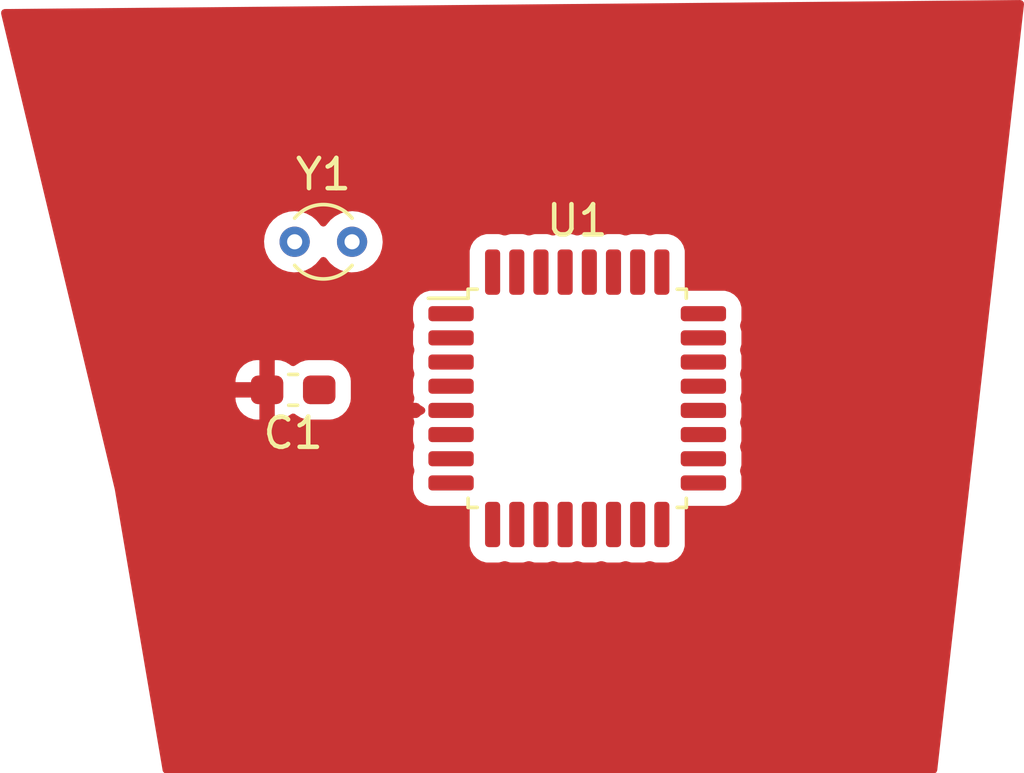
<source format=kicad_pcb>
(kicad_pcb (version 20211014) (generator pcbnew)
  (layers (0 "F.Cu" signal) (31 "B.Cu" signal) (34 "B.Paste" user) (35 "F.Paste" user) (36 "B.SilkS" user "B.Silkscreen") (37 "F.SilkS" user "F.Silkscreen") (38 "B.Mask" user) (39 "F.Mask" user) (44 "Edge.Cuts" user))
  (net 0 "")
  (net 29 "5v")
  (net 30 "GND")
  (net 31 "Net-(U1-Pad2)")
  (net 32 "Net-(U1-Pad3)")
  (footprint "Package_QFP:LQFP-32_7x7mm_P0.8mm" (layer "F.Cu") (at 165.1 81.28)
    (fp_text reference "U1" (at 0 -5.88) (layer "F.SilkS"))
    (fp_text value "STM32G071KxT")
    (fp_line (start -3.61 -3.31) (end -4.925 -3.31) (layer "F.SilkS") (width 0.12))
    (fp_line (start -3.31 3.61) (end -3.61 3.61) (layer "F.SilkS") (width 0.12))
    (fp_line (start -3.61 -3.61) (end -3.61 -3.31) (layer "F.SilkS") (width 0.12))
    (fp_line (start 3.61 3.61) (end 3.61 3.31) (layer "F.SilkS") (width 0.12))
    (fp_line (start 3.31 -3.61) (end 3.61 -3.61) (layer "F.SilkS") (width 0.12))
    (fp_line (start 3.61 -3.61) (end 3.61 -3.31) (layer "F.SilkS") (width 0.12))
    (fp_line (start -3.31 -3.61) (end -3.61 -3.61) (layer "F.SilkS") (width 0.12))
    (fp_line (start 3.31 3.61) (end 3.61 3.61) (layer "F.SilkS") (width 0.12))
    (fp_line (start -3.61 3.61) (end -3.61 3.31) (layer "F.SilkS") (width 0.12))
    (pad "1" smd roundrect (at -4.175 -2.8) (size 1.5 0.5) (layers "F.Cu" "F.Paste" "F.Mask"))
    (pad "2" smd roundrect (at -4.175 -2) (size 1.5 0.5) (layers "F.Cu" "F.Paste" "F.Mask") (net 31 "Net-(U1-Pad2)"))
    (pad "3" smd roundrect (at -4.175 -1.2) (size 1.5 0.5) (layers "F.Cu" "F.Paste" "F.Mask") (net 32 "Net-(U1-Pad3)"))
    (pad "4" smd roundrect (at -4.175 -0.4) (size 1.5 0.5) (layers "F.Cu" "F.Paste" "F.Mask") (net 29 "5v"))
    (pad "5" smd roundrect (at -4.175 0.4) (size 1.5 0.5) (layers "F.Cu" "F.Paste" "F.Mask") (net 30 "GND"))
    (pad "6" smd roundrect (at -4.175 1.2) (size 1.5 0.5) (layers "F.Cu" "F.Paste" "F.Mask"))
    (pad "7" smd roundrect (at -4.175 2) (size 1.5 0.5) (layers "F.Cu" "F.Paste" "F.Mask"))
    (pad "8" smd roundrect (at -4.175 2.8) (size 1.5 0.5) (layers "F.Cu" "F.Paste" "F.Mask"))
    (pad "9" smd roundrect (at -2.8 4.175) (size 0.5 1.5) (layers "F.Cu" "F.Paste" "F.Mask"))
    (pad "10" smd roundrect (at -2 4.175) (size 0.5 1.5) (layers "F.Cu" "F.Paste" "F.Mask"))
    (pad "11" smd roundrect (at -1.2 4.175) (size 0.5 1.5) (layers "F.Cu" "F.Paste" "F.Mask"))
    (pad "12" smd roundrect (at -0.4 4.175) (size 0.5 1.5) (layers "F.Cu" "F.Paste" "F.Mask"))
    (pad "13" smd roundrect (at 0.4 4.175) (size 0.5 1.5) (layers "F.Cu" "F.Paste" "F.Mask"))
    (pad "14" smd roundrect (at 1.2 4.175) (size 0.5 1.5) (layers "F.Cu" "F.Paste" "F.Mask"))
    (pad "15" smd roundrect (at 2 4.175) (size 0.5 1.5) (layers "F.Cu" "F.Paste" "F.Mask"))
    (pad "16" smd roundrect (at 2.8 4.175) (size 0.5 1.5) (layers "F.Cu" "F.Paste" "F.Mask"))
    (pad "17" smd roundrect (at 4.175 2.8) (size 1.5 0.5) (layers "F.Cu" "F.Paste" "F.Mask"))
    (pad "18" smd roundrect (at 4.175 2) (size 1.5 0.5) (layers "F.Cu" "F.Paste" "F.Mask"))
    (pad "19" smd roundrect (at 4.175 1.2) (size 1.5 0.5) (layers "F.Cu" "F.Paste" "F.Mask"))
    (pad "20" smd roundrect (at 4.175 0.4) (size 1.5 0.5) (layers "F.Cu" "F.Paste" "F.Mask"))
    (pad "21" smd roundrect (at 4.175 -0.4) (size 1.5 0.5) (layers "F.Cu" "F.Paste" "F.Mask"))
    (pad "22" smd roundrect (at 4.175 -1.2) (size 1.5 0.5) (layers "F.Cu" "F.Paste" "F.Mask"))
    (pad "23" smd roundrect (at 4.175 -2) (size 1.5 0.5) (layers "F.Cu" "F.Paste" "F.Mask"))
    (pad "24" smd roundrect (at 4.175 -2.8) (size 1.5 0.5) (layers "F.Cu" "F.Paste" "F.Mask"))
    (pad "25" smd roundrect (at 2.8 -4.175) (size 0.5 1.5) (layers "F.Cu" "F.Paste" "F.Mask"))
    (pad "26" smd roundrect (at 2 -4.175) (size 0.5 1.5) (layers "F.Cu" "F.Paste" "F.Mask"))
    (pad "27" smd roundrect (at 1.2 -4.175) (size 0.5 1.5) (layers "F.Cu" "F.Paste" "F.Mask"))
    (pad "28" smd roundrect (at 0.4 -4.175) (size 0.5 1.5) (layers "F.Cu" "F.Paste" "F.Mask"))
    (pad "29" smd roundrect (at -0.4 -4.175) (size 0.5 1.5) (layers "F.Cu" "F.Paste" "F.Mask"))
    (pad "30" smd roundrect (at -1.2 -4.175) (size 0.5 1.5) (layers "F.Cu" "F.Paste" "F.Mask"))
    (pad "31" smd roundrect (at -2 -4.175) (size 0.5 1.5) (layers "F.Cu" "F.Paste" "F.Mask"))
    (pad "32" smd roundrect (at -2.8 -4.175) (size 0.5 1.5) (layers "F.Cu" "F.Paste" "F.Mask"))
  )
  (footprint "Capacitor_SMD:C_0603_1608Metric_Pad1.08x0.95mm_HandSolder" (layer "F.Cu") (at 155.7 81 180)
    (fp_text reference "C1" (at 0 -1.43) (layer "F.SilkS"))
    (fp_text value "1u")
    (fp_line (start -0.146267 -0.51) (end 0.146267 -0.51) (layer "F.SilkS") (width 0.12))
    (fp_line (start -0.146267 0.51) (end 0.146267 0.51) (layer "F.SilkS") (width 0.12))
    (pad "1" smd roundrect (at -0.8625 0 180) (size 1.075 0.95) (layers "F.Cu" "F.Paste" "F.Mask") (net 29 "5v"))
    (pad "2" smd roundrect (at 0.8625 0 180) (size 1.075 0.95) (layers "F.Cu" "F.Paste" "F.Mask") (net 30 "GND"))
  )
  (footprint "Crystal:Crystal_C26-LF_D2.1mm_L6.5mm_Vertical" (layer "F.Cu") (at 155.75 76.1)
    (fp_text reference "Y1" (at 0.95 -2.23) (layer "F.SilkS"))
    (fp_text value "Crystal")
    (fp_arc (start 0 -0.781281) (mid 0.949655 -1.23) (end 1.899561 -0.781814) (layer "F.SilkS") (width 0.12))
    (fp_arc (start 1.899561 0.781814) (mid 0.949655 1.23) (end 0 0.781281) (layer "F.SilkS") (width 0.12))
    (pad "1" thru_hole circle (at 0 0) (size 1 1) (drill 0.5) (layers *.Cu *.Mask) (net 32 "Net-(U1-Pad3)"))
    (pad "2" thru_hole circle (at 1.9 0) (size 1 1) (drill 0.5) (layers *.Cu *.Mask) (net 31 "Net-(U1-Pad2)"))
  )
  (zone (net 30) (net_name "GND") (layer "F.Cu") (connect_pads (clearance 0.508)) (min_thickness 0.254) (fill yes (thermal_gap 0.508) (thermal_bridge_width 0.508))
    (polygon (pts (xy 177 93.7) (xy 151.4 93.7) (xy 149.8 84.3) (xy 146 68.4) (xy 179.9 68.1)))
  )
)
</source>
